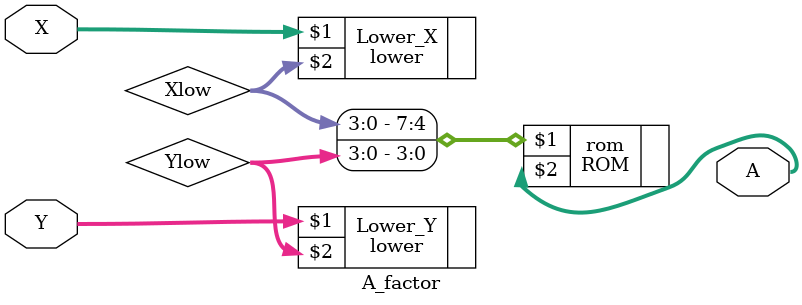
<source format=v>
module A_factor (X, Y, A);
	input [7:0] X;
	input [7:0] Y;
	output [7:0] A;
	
	wire [3:0] Xlow;
	wire [3:0] Ylow;

	lower Lower_X (X, Xlow);
	lower Lower_Y (Y, Ylow);
	ROM rom ({Xlow, Ylow}, A);

endmodule

</source>
